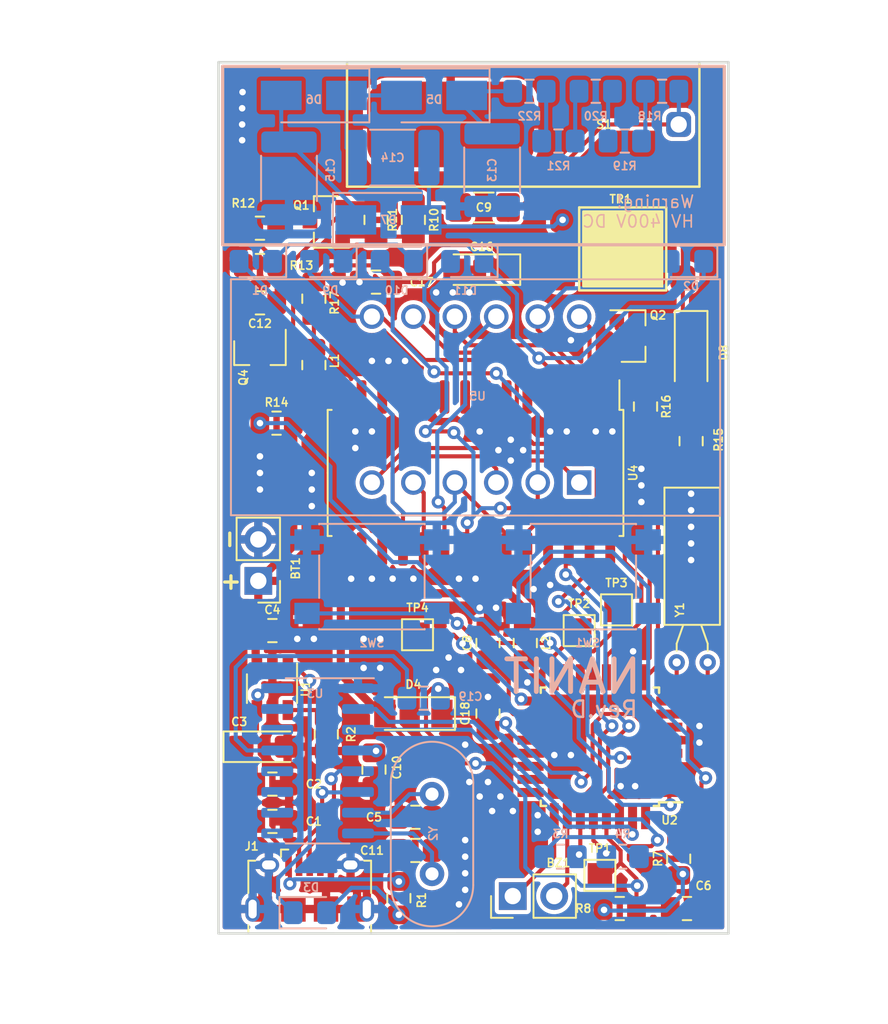
<source format=kicad_pcb>
(kicad_pcb (version 20210824) (generator pcbnew)
  (layers (0 "F.Cu" signal) (31 "B.Cu" signal) (34 "B.Paste" user) (35 "F.Paste" user) (36 "B.SilkS" user "B.Silkscreen") (37 "F.SilkS" user "F.Silkscreen") (38 "B.Mask" user) (39 "F.Mask" user) (44 "Edge.Cuts" user))
  (net 0 "")
  (net 1 "Net-(Q1-Pad1)")
  (net 2 "Net-(Q1-Pad3)")
  (net 3 "Net-(U2-Pad7)")
  (net 4 "Net-(U2-Pad8)")
  (net 5 "Net-(J1-Pad2)")
  (net 6 "Net-(J1-Pad3)")
  (net 7 "Net-(C14-Pad2)")
  (net 8 "Net-(D8-Pad1)")
  (net 9 "Net-(C9-Pad1)")
  (net 10 "GNDD")
  (net 11 "VCC")
  (net 12 "Sensor")
  (net 13 "Net-(C13-Pad1)")
  (net 14 "Net-(L1-Pad1)")
  (net 15 "Net-(C16-Pad1)")
  (net 16 "Net-(C12-Pad1)")
  (net 17 "Net-(R2-Pad1)")
  (net 18 "Net-(D3-Pad2)")
  (net 19 "Net-(C1-Pad1)")
  (net 20 "HV_Detect")
  (net 21 "Pump")
  (net 22 "Net-(C9-Pad2)")
  (net 23 "Net-(D3-Pad1)")
  (net 24 "Net-(C8-Pad1)")
  (net 25 "Net-(BZ1-Pad1)")
  (net 26 "Net-(BZ1-Pad2)")
  (net 27 "Net-(C15-Pad1)")
  (net 28 "Net-(C14-Pad1)")
  (net 29 "Net-(R7-Pad2)")
  (net 30 "Net-(C18-Pad1)")
  (net 31 "Net-(C5-Pad1)")
  (net 32 "Net-(C10-Pad1)")
  (net 33 "Net-(C11-Pad1)")
  (net 34 "Net-(C19-Pad1)")
  (net 35 "~{RESET}")
  (net 36 "UART_TX")
  (net 37 "UART_RX")
  (net 38 "Net-(SW2-Pad2)")
  (net 39 "Net-(R19-Pad2)")
  (net 40 "Net-(R20-Pad2)")
  (net 41 "Net-(R21-Pad2)")
  (net 42 "Net-(R21-Pad1)")
  (net 43 "/d1")
  (net 44 "/d2")
  (net 45 "/dx")
  (net 46 "/d3")
  (net 47 "/d4")
  (net 48 "/dp")
  (net 49 "/g")
  (net 50 "/f")
  (net 51 "/e")
  (net 52 "/d")
  (net 53 "/c")
  (net 54 "/b")
  (net 55 "/a")
  (net 56 "SCL")
  (net 57 "SDA")
  (net 58 "Net-(U2-Pad16)")
  (net 59 "Net-(U2-Pad15)")
  (net 60 "Net-(U2-Pad17)")
  (footprint "Sensors_Radiation:SBM-21" (layer "F.Cu") (at 132.334 80.01)
    (fp_text reference "S1")
    (fp_text value "SBM-10 (SBM-21)")
  )
  (footprint "Package_TO_SOT_SMD:TSOT-23-5" (layer "F.Cu") (at 117.602 114.554 -90)
    (fp_text reference "U1")
    (fp_text value "LTC4054ES5-4.2")
  )
  (footprint "Package_QFP:TQFP-32_7x7mm_P0.8mm" (layer "F.Cu") (at 137.668 118.11 180)
    (fp_text reference "U2")
    (fp_text value "ATmega328P")
  )
  (footprint "Crystal:Crystal_C38-LF_D3.0mm_L8.0mm_Horizontal" (layer "F.Cu") (at 144.272 112.946 180)
    (fp_text reference "Y1")
    (fp_text value "32.768 KHz")
  )
  (footprint "Connector_USB:USB_Micro-B_Amphenol_10118194_Horizontal" (layer "F.Cu") (at 119.888 126.746)
    (fp_text reference "J1")
    (fp_text value "USB_B_Micro")
  )
  (footprint "Resistor_SMD:R_0805_2012Metric_Pad1.15x1.40mm_HandSolder" (layer "F.Cu") (at 123.952 85.852 -90)
    (fp_text reference "R11")
    (fp_text value "10k")
  )
  (footprint "Resistor_SMD:R_0805_2012Metric_Pad1.15x1.40mm_HandSolder" (layer "F.Cu") (at 117.856 98.298)
    (fp_text reference "R14")
    (fp_text value "10k")
  )
  (footprint "Resistor_SMD:R_0805_2012Metric_Pad1.15x1.40mm_HandSolder" (layer "F.Cu") (at 120.142 90.678 90)
    (fp_text reference "R17")
    (fp_text value "20")
  )
  (footprint "Resistor_SMD:R_0805_2012Metric_Pad1.15x1.40mm_HandSolder" (layer "F.Cu") (at 116.84 86.36)
    (fp_text reference "R12")
    (fp_text value "10k")
  )
  (footprint "Resistor_SMD:R_0805_2012Metric_Pad1.15x1.40mm_HandSolder" (layer "F.Cu") (at 120.904 117.348 -90)
    (fp_text reference "R2")
    (fp_text value "10k*")
  )
  (footprint "Resistor_SMD:R_0805_2012Metric_Pad1.15x1.40mm_HandSolder" (layer "F.Cu") (at 125.349 127.381 -90)
    (fp_text reference "R1")
    (fp_text value "300")
  )
  (footprint "Resistor_SMD:R_0805_2012Metric_Pad1.15x1.40mm_HandSolder" (layer "F.Cu") (at 116.84 88.646)
    (fp_text reference "R13")
    (fp_text value "10k")
  )
  (footprint "Resistor_SMD:R_0805_2012Metric_Pad1.15x1.40mm_HandSolder" (layer "F.Cu") (at 143.256 99.3992 90)
    (fp_text reference "R15")
    (fp_text value "750")
  )
  (footprint "Resistor_SMD:R_0805_2012Metric_Pad1.15x1.40mm_HandSolder" (layer "F.Cu") (at 140.462 97.282 90)
    (fp_text reference "R16")
    (fp_text value "1M")
  )
  (footprint "Resistor_SMD:R_0805_2012Metric_Pad1.15x1.40mm_HandSolder" (layer "F.Cu") (at 142.494 124.968 90)
    (fp_text reference "R7")
    (fp_text value "10k")
  )
  (footprint "Resistor_SMD:R_0805_2012Metric_Pad1.15x1.40mm_HandSolder" (layer "F.Cu") (at 126.238 85.852 -90)
    (fp_text reference "R10")
    (fp_text value "1k5")
  )
  (footprint "Package_TO_SOT_SMD:SOT-23" (layer "F.Cu") (at 120.904 85.979 180)
    (fp_text reference "Q1")
    (fp_text value "BC857")
  )
  (footprint "Package_TO_SOT_SMD:SOT-23" (layer "F.Cu") (at 139.7 92.964)
    (fp_text reference "Q2")
    (fp_text value "IRLML6344")
  )
  (footprint "Package_TO_SOT_SMD:SOT-23" (layer "F.Cu") (at 116.84 93.98 -90)
    (fp_text reference "Q4")
    (fp_text value "BC847")
  )
  (footprint "Inductor_SMD:L_0805_2012Metric_Pad1.15x1.40mm_HandSolder" (layer "F.Cu") (at 133.096 111.76 -90)
    (fp_text reference "L2")
    (fp_text value "10uH")
  )
  (footprint "Inductor_SMD:L_0805_2012Metric_Pad1.15x1.40mm_HandSolder" (layer "F.Cu") (at 120.142 94.742 -90)
    (fp_text reference "L1")
    (fp_text value "10uH")
  )
  (footprint "Diode_SMD:D_MiniMELF" (layer "F.Cu") (at 126.238 116.078 180)
    (fp_text reference "D4")
    (fp_text value "1N4148")
  )
  (footprint "Connector_PinHeader_2.54mm:PinHeader_1x02_P2.54mm_Vertical" (layer "F.Cu") (at 116.7384 107.955 180)
    (fp_text reference "BT1")
    (fp_text value "3.7V" hide)
  )
  (footprint "Connector_PinHeader_2.54mm:PinHeader_1x02_P2.54mm_Vertical" (layer "F.Cu") (at 132.329 127.254 90)
    (fp_text reference "BZ1")
    (fp_text value "Buzzer")
  )
  (footprint "Capacitor_Tantalum_SMD:CP_EIA-3216-18_Kemet-A_Pad1.58x1.35mm_HandSolder" (layer "F.Cu") (at 130.302 88.9 180)
    (fp_text reference "C16")
    (fp_text value "47uF")
  )
  (footprint "Capacitor_Tantalum_SMD:CP_EIA-3216-18_Kemet-A_Pad1.58x1.35mm_HandSolder" (layer "F.Cu") (at 117.094 118.11)
    (fp_text reference "C3")
    (fp_text value "10uF")
  )
  (footprint "Capacitor_SMD:C_1206_3216Metric_Pad1.42x1.75mm_HandSolder" (layer "F.Cu") (at 130.556 85.09 180)
    (fp_text reference "C9")
    (fp_text value "10pF 1000V (C17UL100J-7ZN-X1T)")
  )
  (footprint "Capacitor_SMD:C_0805_2012Metric_Pad1.15x1.40mm_HandSolder" (layer "F.Cu") (at 116.84 90.932 180)
    (fp_text reference "C12")
    (fp_text value "220pF")
  )
  (footprint "Capacitor_SMD:C_0805_2012Metric_Pad1.15x1.40mm_HandSolder" (layer "F.Cu") (at 130.81 111.76 90)
    (fp_text reference "C8")
    (fp_text value "100nF")
  )
  (footprint "Capacitor_SMD:C_0805_2012Metric_Pad1.15x1.40mm_HandSolder" (layer "F.Cu") (at 143.002 128.016)
    (fp_text reference "C6")
    (fp_text value "100nF")
  )
  (footprint "Capacitor_SMD:C_0805_2012Metric_Pad1.15x1.40mm_HandSolder" (layer "F.Cu") (at 117.602 110.998)
    (fp_text reference "C4")
    (fp_text value "100nF")
  )
  (footprint "Capacitor_SMD:C_0805_2012Metric_Pad1.15x1.40mm_HandSolder" (layer "F.Cu") (at 117.602 120.396)
    (fp_text reference "C2")
    (fp_text value "1uF")
  )
  (footprint "Capacitor_SMD:C_0805_2012Metric_Pad1.15x1.40mm_HandSolder" (layer "F.Cu") (at 117.602 122.682)
    (fp_text reference "C1")
    (fp_text value "100nF")
  )
  (footprint "Capacitor_SMD:C_0805_2012Metric_Pad1.15x1.40mm_HandSolder" (layer "F.Cu") (at 123.952 89.662 180)
    (fp_text reference "C17")
    (fp_text value "100nF")
  )
  (footprint "Resistor_SMD:R_0805_2012Metric_Pad1.15x1.40mm_HandSolder" (layer "F.Cu") (at 138.883976 128.016)
    (fp_text reference "R8")
    (fp_text value "10k")
  )
  (footprint "Sensors_Radiation:CEEH54" (layer "F.Cu") (at 138.43 82.55)
    (fp_text reference "TR1")
    (fp_text value "CEEH54" hide)
  )
  (footprint "Diode_SMD:D_MiniMELF" (layer "F.Cu") (at 143.256 93.98 -90)
    (fp_text reference "D8")
    (fp_text value "18v (BZV55C18)")
  )
  (footprint "Capacitor_SMD:C_0805_2012Metric_Pad1.15x1.40mm_HandSolder" (layer "F.Cu") (at 130.81 116.078 90)
    (fp_text reference "C18")
    (fp_text value "100nF" hide)
  )
  (footprint "Capacitor_SMD:C_0805_2012Metric_Pad1.15x1.40mm_HandSolder" (layer "F.Cu") (at 126.365 122.428 180)
    (fp_text reference "C5")
    (fp_text value "22pF*")
  )
  (footprint "Capacitor_SMD:C_0805_2012Metric_Pad1.15x1.40mm_HandSolder" (layer "F.Cu") (at 123.825 119.507 -90)
    (fp_text reference "C10")
    (fp_text value "100nF")
  )
  (footprint "Capacitor_SMD:C_0805_2012Metric_Pad1.15x1.40mm_HandSolder" (layer "F.Cu") (at 126.365 124.46 180)
    (fp_text reference "C11")
    (fp_text value "22pF*")
  )
  (footprint "TestPoint:TestPoint_Pad_1.5x1.5mm" (layer "F.Cu") (at 136.398 110.998)
    (fp_text reference "TP2")
    (fp_text value "MISO")
  )
  (footprint "TestPoint:TestPoint_Pad_1.5x1.5mm" (layer "F.Cu") (at 126.492 111.252)
    (fp_text reference "TP4")
    (fp_text value "SCK")
  )
  (footprint "TestPoint:TestPoint_Pad_1.5x1.5mm" (layer "F.Cu") (at 138.684 109.728)
    (fp_text reference "TP3")
    (fp_text value "MOSI")
  )
  (footprint "Package_SO:SOIC-28W_7.5x17.9mm_P1.27mm" (layer "F.Cu") (at 130.048 101.346 -90)
    (fp_text reference "U4")
    (fp_text value "HT16K33")
  )
  (footprint "TestPoint:TestPoint_Pad_1.5x1.5mm" (layer "F.Cu") (at 137.668 125.984)
    (fp_text reference "TP1")
    (fp_text value "RESET")
  )
  (footprint "Resistor_SMD:R_0805_2012Metric_Pad1.15x1.40mm_HandSolder" (layer "B.Cu") (at 133.35 77.978)
    (fp_text reference "R22")
    (fp_text value "2M")
  )
  (footprint "Resistor_SMD:R_0805_2012Metric_Pad1.15x1.40mm_HandSolder" (layer "B.Cu") (at 135.128 81.026)
    (fp_text reference "R21")
    (fp_text value "2M")
  )
  (footprint "Resistor_SMD:R_0805_2012Metric_Pad1.15x1.40mm_HandSolder" (layer "B.Cu") (at 137.414 77.978)
    (fp_text reference "R20")
    (fp_text value "1M")
  )
  (footprint "Resistor_SMD:R_0805_2012Metric_Pad1.15x1.40mm_HandSolder" (layer "B.Cu") (at 139.192 81.026)
    (fp_text reference "R19")
    (fp_text value "1M")
  )
  (footprint "Resistor_SMD:R_0805_2012Metric_Pad1.15x1.40mm_HandSolder" (layer "B.Cu") (at 141.478 77.978)
    (fp_text reference "R18")
    (fp_text value "1M")
  )
  (footprint "LED_SMD:LED_0805_2012Metric_Pad1.15x1.40mm_HandSolder" (layer "B.Cu") (at 119.897 128.27)
    (fp_text reference "D3")
    (fp_text value "Charging" hide)
  )
  (footprint "Button_Switch_SMD:SW_Push_1P1T_NO_6x6mm_H9.5mm" (layer "B.Cu") (at 123.698 107.696 180)
    (fp_text reference "SW2")
    (fp_text value "Button 2")
  )
  (footprint "Button_Switch_SMD:SW_Push_1P1T_NO_6x6mm_H9.5mm" (layer "B.Cu") (at 136.652 107.696 180)
    (fp_text reference "SW1")
    (fp_text value "Button 1")
  )
  (footprint "Capacitor_SMD:C_1812_4532Metric_Pad1.30x3.40mm_HandSolder" (layer "B.Cu") (at 118.618 83.312 -90)
    (fp_text reference "C15")
    (fp_text value "100nF 600V")
  )
  (footprint "Capacitor_SMD:C_1812_4532Metric_Pad1.30x3.40mm_HandSolder" (layer "B.Cu") (at 131.064 82.804 -90)
    (fp_text reference "C13")
    (fp_text value "100nF 600V")
  )
  (footprint "Capacitor_SMD:C_1812_4532Metric_Pad1.30x3.40mm_HandSolder" (layer "B.Cu") (at 124.968 82.042)
    (fp_text reference "C14")
    (fp_text value "100nF 600V")
  )
  (footprint "Diode_SMD:D_SMA" (layer "B.Cu") (at 124.714 85.852)
    (fp_text reference "D7")
    (fp_text value "US1M")
  )
  (footprint "Diode_SMD:D_SMA" (layer "B.Cu") (at 120.142 78.232 180)
    (fp_text reference "D6")
    (fp_text value "US1M")
  )
  (footprint "Diode_SMD:D_SMA" (layer "B.Cu") (at 127.508 78.232 180)
    (fp_text reference "D5")
    (fp_text value "US1M")
  )
  (footprint "Capacitor_SMD:C_0805_2012Metric_Pad1.15x1.40mm_HandSolder" (layer "B.Cu") (at 126.873 115.1382)
    (fp_text reference "C19")
    (fp_text value "100nF")
  )
  (footprint "Package_SO:SOIC-16_3.9x9.9mm_P1.27mm" (layer "B.Cu") (at 120.3706 118.9736 180)
    (fp_text reference "U3")
    (fp_text value "CH340G")
  )
  (footprint "Crystal:Crystal_HC49-U_Vertical" (layer "B.Cu") (at 127.381 125.894 90)
    (fp_text reference "Y2")
    (fp_text value "12 MHz")
  )
  (footprint "LED_SMD:LED_0805_2012Metric_Pad1.15x1.40mm_HandSolder" (layer "B.Cu") (at 129.54 88.392 180)
    (fp_text reference "D11")
    (fp_text value "Time")
  )
  (footprint "footprints:7SEG-3461" (layer "B.Cu") (at 136.398 101.935 90)
    (fp_text reference "U5")
    (fp_text value "3461")
  )
  (footprint "Resistor_SMD:R_0805_2012Metric_Pad1.20x1.40mm_HandSolder" (layer "B.Cu") (at 135.255 124.841)
    (fp_text reference "R3")
    (fp_text value "10k")
  )
  (footprint "LED_SMD:LED_0805_2012Metric_Pad1.15x1.40mm_HandSolder" (layer "B.Cu") (at 143.002 88.392 180)
    (fp_text reference "D2")
    (fp_text value "SENSE")
  )
  (footprint "LED_SMD:LED_0805_2012Metric_Pad1.15x1.40mm_HandSolder" (layer "B.Cu") (at 116.586 88.392 180)
    (fp_text reference "D1")
    (fp_text value "mR")
  )
  (footprint "Resistor_SMD:R_0805_2012Metric_Pad1.20x1.40mm_HandSolder" (layer "B.Cu") (at 139.065 124.841 180)
    (fp_text reference "R4")
    (fp_text value "10k")
  )
  (footprint "LED_SMD:LED_0805_2012Metric_Pad1.15x1.40mm_HandSolder" (layer "B.Cu") (at 120.904 88.392 180)
    (fp_text reference "D9")
    (fp_text value "uR")
  )
  (footprint "LED_SMD:LED_0805_2012Metric_Pad1.15x1.40mm_HandSolder" (layer "B.Cu") (at 125.222 88.392 180)
    (fp_text reference "D10")
    (fp_text value "Alarm")
  )
  (gr_line (start 114.554 87.376) (end 114.554 76.454) (layer "B.SilkS") (width 0.2))
  (gr_line (start 145.288 76.454) (end 145.288 87.376) (layer "B.SilkS") (width 0.2))
  (gr_line (start 114.554 76.454) (end 145.288 76.454) (layer "B.SilkS") (width 0.2))
  (gr_line (start 145.288 87.376) (end 114.554 87.376) (layer "B.SilkS") (width 0.2))
  (gr_poly (pts (xy 136.652 85.344) (xy 141.478 85.344) (xy 141.478 89.916) (xy 136.652 89.916)) (layer "F.SilkS") (width 0.15) (fill solid))
  (gr_line (start 123.638 129.5422) (end 145.542 129.54) (layer "Edge.Cuts") (width 0.15))
  (gr_line (start 114.3 76.2) (end 145.542 76.2) (layer "Edge.Cuts") (width 0.15))
  (gr_line (start 114.3 129.54) (end 114.3 76.2) (layer "Edge.Cuts") (width 0.15))
  (gr_line (start 114.3 129.54) (end 123.638 129.5422) (layer "Edge.Cuts") (width 0.15))
  (gr_line (start 145.542 76.2) (end 145.542 129.54) (layer "Edge.Cuts") (width 0.15))
  (gr_text "Rev.D" (at 137.922 115.824) (layer "B.SilkS") (effects (font (size 1 1)) (justify mirror)))
  (gr_text "NANIT" (at 135.9662 113.8174) (layer "B.SilkS") (effects (font (size 2 2) (thickness 0.3)) (justify mirror)))
  (gr_text "Warning!\nHV 400V DC" (at 143.51 85.344) (layer "B.SilkS") (effects (font (size 0.75 0.75) (thickness 0.1)) (justify left mirror)))
  (gr_text "-" (at 115.062 105.41 -90) (layer "F.SilkS") (effects (font (size 1 1) (thickness 0.2)) (justify mirror)))
  (gr_text "+" (at 115.062 107.955) (layer "F.SilkS") (effects (font (size 1 1) (thickness 0.2)) (justify mirror)))
  (segment (start 121.904 86.929) (end 121.965 86.868) (width 0.25) (layer "F.Cu") (net 1))
  (segment (start 123.943 86.868) (end 123.952 86.877) (width 0.25) (layer "F.Cu") (net 1))
  (segment (start 121.965 86.868) (end 123.943 86.868) (width 0.25) (layer "F.Cu") (net 1))
  (segment (start 123.952 86.877) (end 126.238 86.877) (width 0.25) (layer "F.Cu") (net 1))
  (segment (start 117.865 86.36) (end 118.246 85.979) (width 0.25) (layer "F.Cu") (net 2))
  (segment (start 118.246 85.979) (end 119.904 85.979) (width 0.25) (layer "F.Cu") (net 2))
  (segment (start 142.843 116.11) (end 141.918 116.11) (width 0.25) (layer "F.Cu") (net 3))
  (segment (start 144.272 114.681) (end 142.843 116.11) (width 0.25) (layer "F.Cu") (net 3))
  (segment (start 144.272 112.946) (end 144.272 114.681) (width 0.25) (layer "F.Cu") (net 3))
  (segment (start 142.372 112.946) (end 142.372 114.856) (width 0.25) (layer "F.Cu") (net 4))
  (segment (start 142.372 114.856) (end 141.918 115.31) (width 0.25) (layer "F.Cu") (net 4))
  (segment (start 120.65 122.808282) (end 120.65 120.904) (width 0.25) (layer "F.Cu") (net 5))
  (segment (start 119.238 124.220282) (end 120.65 122.808282) (width 0.25) (layer "F.Cu") (net 5))
  (segment (start 119.238 125.346) (end 119.238 124.220282) (width 0.25) (layer "F.Cu") (net 5))
  (via (at 120.65 120.904) (size 0.8) (drill 0.4) (layers "F.Cu" "B.Cu") (net 5))
  (segment (start 120.65 120.904) (end 122.8202 120.904) (width 0.25) (layer "B.Cu") (net 5))
  (segment (start 122.8202 120.904) (end 122.8456 120.8786) (width 0.25) (layer "B.Cu") (net 5))
  (segment (start 121.374511 122.719489) (end 121.374511 120.242451) (width 0.25) (layer "F.Cu") (net 6))
  (segment (start 121.374511 120.242451) (end 121.204424 120.072364) (width 0.25) (layer "F.Cu") (net 6))
  (segment (start 119.888 125.346) (end 119.888 124.206) (width 0.25) (layer "F.Cu") (net 6))
  (segment (start 119.888 124.206) (end 121.374511 122.719489) (width 0.25) (layer "F.Cu") (net 6))
  (via (at 121.204424 120.072364) (size 0.8) (drill 0.4) (layers "F.Cu" "B.Cu") (net 6))
  (segment (start 121.204424 120.072364) (end 121.668188 119.6086) (width 0.25) (layer "B.Cu") (net 6))
  (segment (start 121.668188 119.6086) (end 122.8456 119.6086) (width 0.25) (layer "B.Cu") (net 6))
  (via (at 135.382 85.852) (size 0.8) (drill 0.4) (layers "F.Cu" "B.Cu") (net 7))
  (segment (start 135.2296 85.852) (end 135.382 85.852) (width 0.25) (layer "B.Cu") (net 7))
  (segment (start 134.829601 86.251999) (end 127.113999 86.251999) (width 0.25) (layer "B.Cu") (net 7))
  (segment (start 127.193 85.373) (end 126.714 85.852) (width 0.25) (layer "B.Cu") (net 7))
  (segment (start 127.113999 86.251999) (end 126.714 85.852) (width 0.25) (layer "B.Cu") (net 7))
  (segment (start 135.2296 85.852) (end 134.829601 86.251999) (width 0.25) (layer "B.Cu") (net 7))
  (segment (start 127.193 82.042) (end 127.193 85.373) (width 0.25) (layer "B.Cu") (net 7))
  (segment (start 142.748 89.408) (end 142.748 91.722) (width 0.25) (layer "F.Cu") (net 8))
  (segment (start 142.748 85.852) (end 142.748 89.408) (width 0.25) (layer "F.Cu") (net 8))
  (segment (start 142.522 92.964) (end 143.256 92.23) (width 0.25) (layer "F.Cu") (net 8))
  (segment (start 140.7 92.964) (end 142.522 92.964) (width 0.25) (layer "F.Cu") (net 8))
  (segment (start 142.748 91.722) (end 143.256 92.23) (width 0.25) (layer "F.Cu") (net 8))
  (segment (start 132.0435 85.852) (end 137.8855 80.01) (width 0.25) (layer "F.Cu") (net 9))
  (segment (start 137.8855 80.01) (end 142.494 80.01) (width 0.25) (layer "F.Cu") (net 9))
  (segment (start 142.503 80.001) (end 142.494 80.01) (width 0.25) (layer "B.Cu") (net 9))
  (segment (start 142.503 77.978) (end 142.503 80.001) (width 0.25) (layer "B.Cu") (net 9))
  (segment (start 143.764 117.856) (end 143.51 117.856) (width 0.25) (layer "F.Cu") (net 10))
  (segment (start 143.51 117.856) (end 143.256 118.11) (width 0.25) (layer "F.Cu") (net 10))
  (segment (start 143.618 117.71) (end 141.918 117.71) (width 0.25) (layer "F.Cu") (net 10))
  (segment (start 142.968 119.31) (end 141.918 119.31) (width 0.25) (layer "F.Cu") (net 10))
  (segment (start 143.764 117.856) (end 143.618 117.71) (width 0.25) (layer "F.Cu") (net 10))
  (segment (start 143.256 119.022) (end 142.968 119.31) (width 0.25) (layer "F.Cu") (net 10))
  (segment (start 143.256 118.11) (end 143.256 119.022) (width 0.25) (layer "F.Cu") (net 10))
  (via (at 115.7732 78.0288) (size 0.8) (drill 0.4) (layers "F.Cu" "B.Cu") (net 10))
  (via (at 115.7478 79.0194) (size 0.8) (drill 0.4) (layers "F.Cu" "B.Cu") (net 10))
  (via (at 115.7478 80.01) (size 0.8) (drill 0.4) (layers "F.Cu" "B.Cu") (net 10))
  (via (at 115.7478 80.9752) (size 0.8) (drill 0.4) (layers "F.Cu" "B.Cu") (net 10))
  (via (at 129.413 126.873) (size 0.8) (drill 0.4) (layers "F.Cu" "B.Cu") (net 10))
  (via (at 132.964701 99.953299) (size 0.8) (drill 0.4) (layers "F.Cu" "B.Cu") (net 10))
  (via (at 134.62 108.204) (size 0.8) (drill 0.4) (layers "F.Cu" "B.Cu") (net 10))
  (via (at 130.302 98.806) (size 0.8) (drill 0.4) (layers "F.Cu" "B.Cu") (net 10))
  (via (at 116.84 102.362) (size 0.8) (drill 0.4) (layers "F.Cu" "B.Cu") (net 10))
  (via (at 120.015 103.378) (size 0.8) (drill 0.4) (layers "F.Cu" "B.Cu") (net 10))
  (via (at 129.667 90.297) (size 0.8) (drill 0.4) (layers "F.Cu" "B.Cu") (net 10))
  (via (at 133.604 108.458) (size 0.8) (drill 0.4) (layers "F.Cu" "B.Cu") (net 10))
  (via (at 143.764 116.84) (size 0.8) (drill 0.4) (layers "F.Cu" "B.Cu") (net 10))
  (via (at 143.256 106.68) (size 0.8) (drill 0.4) (layers "F.Cu" "B.Cu") (net 10))
  (via (at 119.126 111.506) (size 0.8) (drill 0.4) (layers "F.Cu" "B.Cu") (net 10))
  (via (at 123.19 113.284) (size 0.8) (drill 0.4) (layers "F.Cu" "B.Cu") (net 10))
  (via (at 124.714 94.488) (size 0.8) (drill 0.4) (layers "F.Cu" "B.Cu") (net 10))
  (via (at 143.256 105.664) (size 0.8) (drill 0.4) (layers "F.Cu" "B.Cu") (net 10))
  (via (at 131.064 122.047) (size 0.8) (drill 0.4) (layers "F.Cu" "B.Cu") (net 10))
  (via (at 143.256 103.632) (size 0.8) (drill 0.4) (layers "F.Cu" "B.Cu") (net 10))
  (via (at 123.698 94.488) (size 0.8) (drill 0.4) (layers "F.Cu" "B.Cu") (net 10))
  (via (at 143.256 104.648) (size 0.8) (drill 0.4) (layers "F.Cu" "B.Cu") (net 10))
  (via (at 121.901416 89.6915) (size 0.8) (drill 0.4) (layers "F.Cu" "B.Cu") (net 10))
  (via (at 129.413 123.825) (size 0.8) (drill 0.4) (layers "F.Cu" "B.Cu") (net 10))
  (via (at 124.206 111.506) (size 0.8) (drill 0.4) (layers "F.Cu" "B.Cu") (net 10))
  (via (at 122.428 107.823) (size 0.8) (drill 0.4) (layers "F.Cu" "B.Cu") (net 10))
  (via (at 130.302 121.158) (size 0.8) (drill 0.4) (layers "F.Cu" "B.Cu") (net 10))
  (via (at 132.334 122.047) (size 0.8) (drill 0.4) (layers "F.Cu" "B.Cu") (net 10))
  (via (at 135.636 98.806) (size 0.8) (drill 0.4) (layers "F.Cu" "B.Cu") (net 10))
  (via (at 116.84 100.33) (size 0.8) (drill 0.4) (layers "F.Cu" "B.Cu") (net 10))
  (via (at 140.208 102.108) (size 0.8) (drill 0.4) (layers "F.Cu" "B.Cu") (net 10))
  (via (at 129.413 124.841) (size 0.8) (drill 0.4) (layers "F.Cu" "B.Cu") (net 10))
  (via (at 123.19 111.506) (size 0.8) (drill 0.4) (layers "F.Cu" "B.Cu") (net 10))
  (via (at 130.81 120.269) (size 0.8) (drill 0.4) (layers "F.Cu" "B.Cu") (net 10))
  (via (at 130.048 107.823) (size 0.8) (drill 0.4) (layers "F.Cu" "B.Cu") (net 10))
  (via (at 122.682 99.822) (size 0.8) (drill 0.4) (layers "F.Cu" "B.Cu") (net 10))
  (via (at 143.764 117.856) (size 0.8) (drill 0.4) (layers "F.Cu" "B.Cu") (net 10))
  (via (at 133.858 123.317) (size 0.8) (drill 0.4) (layers "F.Cu" "B.Cu") (net 10))
  (via (at 128.651 90.297) (size 0.8) (drill 0.4) (layers "F.Cu" "B.Cu") (net 10))
  (via (at 129.413 117.983) (size 0.8) (drill 0.4) (layers "F.Cu" "B.Cu") (net 10))
  (via (at 130.81 115.062) (size 0.8) (drill 0.4) (layers "F.Cu" "B.Cu") (net 10))
  (via (at 128.397 112.649) (size 0.8) (drill 0.4) (layers "F.Cu" "B.Cu") (net 10))
  (via (at 129.667 120.269) (size 0.8) (drill 0.4) (layers "F.Cu" "B.Cu") (net 10))
  (via (at 127.635 113.411) (size 0.8) (drill 0.4) (layers "F.Cu" "B.Cu") (net 10))
  (via (at 116.84 101.346) (size 0.8) (drill 0.4) (layers "F.Cu" "B.Cu") (net 10))
  (via (at 120.015 101.346) (size 0.8) (drill 0.4) (layers "F.Cu" "B.Cu") (net 10))
  (via (at 137.414 98.806) (size 0.8) (drill 0.4) (layers "F.Cu" "B.Cu") (net 10))
  (via (at 122.682 98.806) (size 0.8) (drill 0.4) (layers "F.Cu" "B.Cu") (net 10))
  (via (at 120.142 111.506) (size 0.8) (drill 0.4) (layers "F.Cu" "B.Cu") (net 10))
  (via (at 129.032 107.823) (size 0.8) (drill 0.4) (layers "F.Cu" "B.Cu") (net 10))
  (via (at 135.89 93.218) (size 0.8) (drill 0.4) (layers "F.Cu" "B.Cu") (net 10))
  (via (at 123.698 98.806) (size 0.8) (drill 0.4) (layers "F.Cu" "B.Cu") (net 10))
  (via (at 132.207 99.314) (size 0.8) (drill 0.4) (layers "F.Cu" "B.Cu") (net 10))
  (via (at 129.159 113.411) (size 0.8) (drill 0.4) (layers "F.Cu" "B.Cu") (net 10))
  (via (at 135.89 118.618) (size 0.8) (drill 0.4) (layers "F.Cu" "B.Cu") (net 10))
  (via (at 125.73 94.488) (size 0.8) (drill 0.4) (layers "F.Cu" "B.Cu") (net 10))
  (via (at 134.874 118.618) (size 0.8) (drill 0.4) (layers "F.Cu" "B.Cu") (net 10))
  (via (at 120.015 102.362) (size 0.8) (drill 0.4) (layers "F.Cu" "B.Cu") (net 10))
  (via (at 138.938 120.523) (size 0.8) (drill 0.4) (layers "F.Cu" "B.Cu") (net 10))
  (via (at 132.207 100.584) (size 0.8) (drill 0.4) (layers "F.Cu" "B.Cu") (net 10))
  (via (at 138.43 98.806) (size 0.8) (drill 0.4) (layers "F.Cu" "B.Cu") (net 10))
  (via (at 133.223 114.173) (size 0.8) (drill 0.4) (layers "F.Cu" "B.Cu") (net 10))
  (via (at 131.449299 99.953299) (size 0.8) (drill 0.4) (layers "F.Cu" "B.Cu") (net 10))
  (via (at 133.858 122.301) (size 0.8) (drill 0.4) (layers "F.Cu" "B.Cu") (net 10))
  (via (at 139.7 112.268) (size 0.8) (drill 0.4) (layers "F.Cu" "B.Cu") (net 10))
  (via (at 131.572 121.158) (size 0.8) (drill 0.4) (layers "F.Cu" "B.Cu") (net 10))
  (via (at 129.413 125.857) (size 0.8) (drill 0.4) (layers "F.Cu" "B.Cu") (net 10))
  (via (at 139.827 120.523) (size 0.8) (drill 0.4) (layers "F.Cu" "B.Cu") (net 10))
  (via (at 134.62 98.806) (size 0.8) (drill 0.4) (layers "F.Cu" "B.Cu") (net 10))
  (via (at 126.238 107.823) (size 0.8) (drill 0.4) (layers "F.Cu" "B.Cu") (net 10))
  (via (at 122.936 89.662) (size 0.8) (drill 0.4) (layers "F.Cu" "B.Cu") (net 10))
  (via (at 127.635 90.297) (size 0.8) (drill 0.4) (layers "F.Cu" "B.Cu") (net 10))
  (via (at 131.302498 109.601) (size 0.8) (drill 0.4) (layers "F.Cu" "B.Cu") (net 10))
  (via (at 124.206 113.284) (size 0.8) (drill 0.4) (layers "F.Cu" "B.Cu") (net 10))
  (via (at 124.968 107.823) (size 0.8) (drill 0.4) (layers "F.Cu" "B.Cu") (net 10))
  (via (at 140.208 101.092) (size 0.8) (drill 0.4) (layers "F.Cu" "B.Cu") (net 10))
  (via (at 143.256 102.616) (size 0.8) (drill 0.4) (layers "F.Cu" "B.Cu") (net 10))
  (via (at 129.032 127.762) (size 0.8) (drill 0.4) (layers "F.Cu" "B.Cu") (net 10))
  (via (at 130.302 109.601) (size 0.8) (drill 0.4) (layers "F.Cu" "B.Cu") (net 10))
  (via (at 123.698 107.823) (size 0.8) (drill 0.4) (layers "F.Cu" "B.Cu") (net 10))
  (via (at 140.208 103.124) (size 0.8) (drill 0.4) (layers "F.Cu" "B.Cu") (net 10))
  (segment (start 137.096976 128.778) (end 131.318 128.778) (width 0.25) (layer "F.Cu") (net 11))
  (segment (start 118.872 94.996) (end 118.872 88.392) (width 0.25) (layer "F.Cu") (net 11))
  (segment (start 121.158 108.712) (end 120.401 107.955) (width 0.5) (layer "F.Cu") (net 11))
  (segment (start 124.488 116.36) (end 124.488 116.078) (width 0.25) (layer "F.Cu") (net 11))
  (segment (start 138.303 107.061) (end 134.629 110.735) (width 0.25) (layer "F.Cu") (net 11))
  (segment (start 123.943 84.836) (end 123.952 84.827) (width 0.25) (layer "F.Cu") (net 11))
  (segment (start 131.318 128.778) (end 130.556 128.016) (width 0.25) (layer "F.Cu") (net 11))
  (segment (start 142.655498 125.993) (end 142.748 125.900498) (width 0.25) (layer "F.Cu") (net 11))
  (segment (start 132.08 108.712) (end 121.158 108.712) (width 0.5) (layer "F.Cu") (net 11))
  (segment (start 120.401 107.955) (end 116.7384 107.955) (width 0.5) (layer "F.Cu") (net 11))
  (segment (start 116.577 112.259) (end 116.577 113.169) (width 0.5) (layer "F.Cu") (net 11))
  (segment (start 134.629 110.735) (end 133.096 110.735) (width 0.25) (layer "F.Cu") (net 11))
  (segment (start 118.881 97.028) (end 120.142 95.767) (width 0.5) (layer "F.Cu") (net 11))
  (segment (start 119.643 95.767) (end 118.872 94.996) (width 0.25) (layer "F.Cu") (net 11))
  (segment (start 116.577 113.169) (end 116.652 113.244) (width 0.25) (layer "F.Cu") (net 11))
  (segment (start 121.793 109.347) (end 121.158 108.712) (width 0.5) (layer "F.Cu") (net 11))
  (segment (start 130.556 123.19) (end 129.413 122.047) (width 0.25) (layer "F.Cu") (net 11))
  (segment (start 130.556 128.016) (end 130.556 123.19) (width 0.25) (layer "F.Cu") (net 11))
  (segment (start 124.930511 115.635489) (end 123.763489 115.635489) (width 0.5) (layer "F.Cu") (net 11))
  (segment (start 124.930511 115.635489) (end 124.488 116.078) (width 0.25) (layer "F.Cu") (net 11))
  (segment (start 142.494 125.993) (end 142.655498 125.993) (width 0.25) (layer "F.Cu") (net 11))
  (segment (start 118.872 88.392) (end 122.428 84.836) (width 0.25) (layer "F.Cu") (net 11))
  (segment (start 123.763489 115.635489) (end 121.793 113.665) (width 0.5) (layer "F.Cu") (net 11))
  (segment (start 137.858976 128.016) (end 137.096976 128.778) (width 0.25) (layer "F.Cu") (net 11))
  (segment (start 124.968 115.598) (end 124.488 116.078) (width 0.25) (layer "F.Cu") (net 11))
  (segment (start 137.922 128.079024) (end 137.858976 128.016) (width 0.25) (layer "F.Cu") (net 11))
  (segment (start 116.7384 110.8366) (end 116.577 110.998) (width 0.25) (layer "F.Cu") (net 11))
  (segment (start 133.096 109.728) (end 132.08 108.712) (width 0.5) (layer "F.Cu") (net 11))
  (segment (start 116.7384 107.955) (end 116.7384 110.8366) (width 0.5) (layer "F.Cu") (net 11))
  (segment (start 120.142 95.767) (end 119.643 95.767) (width 0.25) (layer "F.Cu") (net 11))
  (segment (start 116.7384 107.955) (end 118.881 105.8124) (width 0.5) (layer "F.Cu") (net 11))
  (segment (start 133.096 110.735) (end 133.096 109.728) (width 0.5) (layer "F.Cu") (net 11))
  (segment (start 118.881 98.298) (end 118.881 97.028) (width 0.5) (layer "F.Cu") (net 11))
  (segment (start 118.881 105.8124) (end 118.881 98.298) (width 0.5) (layer "F.Cu") (net 11))
  (segment (start 138.303 105.996) (end 138.303 107.061) (width 0.25) (layer "F.Cu") (net 11))
  (segment (start 122.428 84.836) (end 123.943 84.836) (width 0.25) (layer "F.Cu") (net 11))
  (segment (start 137.922 128.099502) (end 137.922 128.079024) (width 0.25) (layer "F.Cu") (net 11))
  (segment (start 129.413 121.285) (end 124.488 116.36) (width 0.25) (layer "F.Cu") (net 11))
  (segment (start 121.793 113.665) (end 121.793 109.347) (width 0.5) (layer "F.Cu") (net 11))
  (segment (start 116.586 112.268) (end 116.577 112.259) (width 0.25) (layer "F.Cu") (net 11))
  (segment (start 129.413 122.047) (end 129.413 121.285) (width 0.25) (layer "F.Cu") (net 11))
  (segment (start 116.577 110.998) (end 116.577 112.259) (width 0.5) (layer "F.Cu") (net 11))
  (via (at 142.748 125.900498) (size 0.8) (drill 0.4) (layers "F.Cu" "B.Cu") (net 11))
  (via (at 137.922 128.099502) (size 0.8) (drill 0.4) (layers "F.Cu" "B.Cu") (net 11))
  (segment (start 141.732 128.143) (end 137.965498 128.143) (width 0.25) (layer "B.Cu") (net 11))
  (segment (start 138.557 123.643551) (end 139.627449 124.714) (width 0.25) (layer "B.Cu") (net 11))
  (segment (start 134.255 124.714) (end 134.255 124.571) (width 0.25) (layer "B.Cu") (net 11))
  (segment (start 139.627449 124.714) (end 141.561502 124.714) (width 0.25) (layer "B.Cu") (net 11))
  (segment (start 141.561502 124.714) (end 142.748 125.900498) (width 0.25) (layer "B.Cu") (net 11))
  (segment (start 135.182449 123.643551) (end 138.557 123.643551) (width 0.25) (layer "B.Cu") (net 11))
  (segment (start 137.965498 128.143) (end 137.922 128.099502) (width 0.25) (layer "B.Cu") (net 11))
  (segment (start 142.748 125.900498) (end 142.748 127.127) (width 0.25) (layer "B.Cu") (net 11))
  (segment (start 134.255 124.571) (end 135.182449 123.643551) (width 0.25) (layer "B.Cu") (net 11))
  (segment (start 142.748 127.127) (end 141.732 128.143) (width 0.25) (layer "B.Cu") (net 11))
  (segment (start 116.84 98.298) (end 116.831 98.298) (width 0.25) (layer "F.Cu") (net 12))
  (segment (start 116.831 98.298) (end 116.831 94.989) (width 0.25) (layer "F.Cu") (net 12))
  (segment (start 141.918 121.598) (end 141.918 120.91) (width 0.25) (layer "F.Cu") (net 12))
  (segment (start 141.986 121.666) (end 141.918 121.598) (width 0.25) (layer "F.Cu") (net 12))
  (segment (start 116.831 94.989) (end 116.84 94.98) (width 0.25) (layer "F.Cu") (net 12))
  (via (at 141.986 121.666) (size 0.8) (drill 0.4) (layers "F.Cu" "B.Cu") (net 12))
  (via (at 116.84 98.298) (size 0.8) (drill 0.4) (layers "F.Cu" "B.Cu") (net 12))
  (segment (start 121.158 100.965) (end 118.491 98.298) (width 0.25) (layer "B.Cu") (net 12))
  (segment (start 118.491 98.298) (end 116.84 98.298) (width 0.25) (layer "B.Cu") (net 12))
  (segment (start 136.36481 116.17181) (end 130.518511 110.325511) (width 0.25) (layer "B.Cu") (net 12))
  (segment (start 141.986 121.666) (end 139.056386 121.666) (width 0.25) (layer "B.Cu") (net 12))
  (segment (start 130.518511 110.325511) (end 130.001897 110.325511) (width 0.25) (layer "B.Cu") (net 12))
  (segment (start 138.213489 120.823103) (end 138.213489 119.417489) (width 0.25) (layer "B.Cu") (net 12))
  (segment (start 126.492 106.807) (end 124.968 106.807) (width 0.25) (layer "B.Cu") (net 12))
  (segment (start 121.158 102.997) (end 121.158 100.965) (width 0.25) (layer "B.Cu") (net 12))
  (segment (start 130.001897 110.325511) (end 128.772511 109.096125) (width 0.25) (layer "B.Cu") (net 12))
  (segment (start 124.968 106.807) (end 121.158 102.997) (width 0.25) (layer "B.Cu") (net 12))
  (segment (start 136.36481 117.56881) (end 136.36481 116.17181) (width 0.25) (layer "B.Cu") (net 12))
  (segment (start 139.056386 121.666) (end 138.213489 120.823103) (width 0.25) (layer "B.Cu") (net 12))
  (segment (start 128.772511 109.087511) (end 126.492 106.807) (width 0.25) (layer "B.Cu") (net 12))
  (segment (start 128.772511 109.096125) (end 128.772511 109.087511) (width 0.25) (layer "B.Cu") (net 12))
  (segment (start 138.213489 119.417489) (end 136.36481 117.56881) (width 0.25) (layer "B.Cu") (net 12))
  (segment (start 132.325 77.978) (end 129.762 77.978) (width 0.25) (layer "B.Cu") (net 13))
  (segment (start 129.762 77.978) (end 129.508 78.232) (width 0.25) (layer "B.Cu") (net 13))
  (segment (start 129.508 79.023) (end 131.064 80.579) (width 0.25) (layer "B.Cu") (net 13))
  (segment (start 129.508 78.232) (end 129.508 79.023) (width 0.25) (layer "B.Cu") (net 13))
  (segment (start 120.142 93.717) (end 120.142 91.703) (width 0.25) (layer "F.Cu") (net 14))
  (segment (start 127 89.662) (end 127.508 89.154) (width 0.25) (layer "F.Cu") (net 15))
  (segment (start 124.977 89.662) (end 123.95248 88.63748) (width 0.25) (layer "F.Cu") (net 15))
  (segment (start 127.508 89.154) (end 127.508 88.47458) (width 0.25) (layer "F.Cu") (net 15))
  (segment (start 128.0821 87.90048) (end 130.73998 87.90048) (width 0.25) (layer "F.Cu") (net 15))
  (segment (start 135.382 89.408) (end 132.2475 89.408) (width 0.25) (layer "F.Cu") (net 15))
  (segment (start 130.73998 87.90048) (end 131.7395 88.9) (width 0.25) (layer "F.Cu") (net 15))
  (segment (start 124.977 89.662) (end 127 89.662) (width 0.25) (layer "F.Cu") (net 15))
  (segment (start 127.508 88.47458) (end 128.0821 87.90048) (width 0.25) (layer "F.Cu") (net 15))
  (segment (start 132.2475 89.408) (end 131.7395 88.9) (width 0.25) (layer "F.Cu") (net 15))
  (segment (start 121.15752 88.63748) (end 120.142 89.653) (width 0.25) (layer "F.Cu") (net 15))
  (segment (start 123.95248 88.63748) (end 121.15752 88.63748) (width 0.25) (layer "F.Cu") (net 15))
  (segment (start 117.79 91.007) (end 117.865 90.932) (width 0.25) (layer "F.Cu") (net 16))
  (segment (start 117.79 92.98) (end 117.79 91.007) (width 0.25) (layer "F.Cu") (net 16))
  (segment (start 117.865 88.41) (end 115.815 86.36) (width 0.25) (layer "F.Cu") (net 16))
  (segment (start 117.865 90.932) (end 117.865 88.646) (width 0.25) (layer "F.Cu") (net 16))
  (segment (start 117.865 88.646) (end 117.865 88.41) (width 0.25) (layer "F.Cu") (net 16))
  (segment (start 120.445 115.864) (end 120.904 116.323) (width 0.25) (layer "F.Cu") (net 17))
  (segment (start 118.552 115.864) (end 120.445 115.864) (width 0.25) (layer "F.Cu") (net 17))
  (via (at 125.349 128.397) (size 0.8) (drill 0.4) (layers "F.Cu" "B.Cu") (net 18))
  (segment (start 125.349 128.143) (end 123.952 126.746) (width 0.25) (layer "B.Cu") (net 18))
  (segment (start 122.446 126.746) (end 120.922 128.27) (width 0.25) (layer "B.Cu") (net 18))
  (segment (start 125.349 128.397) (end 125.349 128.143) (width 0.25) (layer "B.Cu") (net 18))
  (segment (start 123.952 126.746) (end 122.446 126.746) (width 0.25) (layer "B.Cu") (net 18))
  (segment (start 125.349 126.365) (end 125.349 126.356) (width 0.25) (layer "F.Cu") (net 19))
  (segment (start 116.577 119.0305) (end 115.6565 118.11) (width 0.25) (layer "F.Cu") (net 19))
  (segment (start 118.588 124.693) (end 116.577 122.682) (width 0.25) (layer "F.Cu") (net 19))
  (segment (start 116.652 115.864) (end 116.652 117.1145) (width 0.25) (layer "F.Cu") (net 19))
  (segment (start 116.652 114.996) (end 116.652 115.864) (width 0.25) (layer "F.Cu") (net 19))
  (segment (start 118.673751 125.431751) (end 118.588 125.346) (width 0.25) (layer "F.Cu") (net 19))
  (segment (start 118.673751 126.497156) (end 118.673751 125.431751) (width 0.25) (layer "F.Cu") (net 19))
  (segment (start 116.577 122.682) (end 116.577 120.396) (width 0.25) (layer "F.Cu") (net 19))
  (segment (start 116.577 120.396) (end 116.577 119.0305) (width 0.25) (layer "F.Cu") (net 19))
  (segment (start 118.588 125.346) (end 118.588 124.693) (width 0.25) (layer "F.Cu") (net 19))
  (segment (start 116.708701 114.939299) (end 116.652 114.996) (width 0.25) (layer "F.Cu") (net 19))
  (segment (start 116.652 117.1145) (end 115.6565 118.11) (width 0.25) (layer "F.Cu") (net 19))
  (via (at 125.349 126.365) (size 0.8) (drill 0.4) (layers "F.Cu" "B.Cu") (net 19))
  (via (at 118.673751 126.497156) (size 0.8) (drill 0.4) (layers "F.Cu" "B.Cu") (net 19))
  (via (at 116.708701 114.939299) (size 0.8) (drill 0.4) (layers "F.Cu" "B.Cu") (net 19))
  (segment (start 124.968 126.229) (end 125.213 126.229) (width 0.25) (layer "B.Cu") (net 19))
  (segment (start 116.708701 114.939299) (end 117.1194 114.5286) (width 0.25) (layer "B.Cu") (net 19))
  (segment (start 117.1194 114.5286) (end 117.8956 114.5286) (width 0.25) (layer "B.Cu") (net 19))
  (segment (start 125.213 126.229) (end 125.349 126.365) (width 0.25) (layer "B.Cu") (net 19))
  (segment (start 124.968 126.229) (end 118.941907 126.229) (width 0.25) (layer "B.Cu") (net 19))
  (segment (start 118.941907 126.229) (end 118.673751 126.497156) (width 0.25) (layer "B.Cu") (net 19))
  (segment (start 141.224 113.104) (end 141.224 100.4062) (width 0.25) (layer "F.Cu") (net 20))
  (segment (start 141.224 100.4062) (end 143.256 98.3742) (width 0.25) (layer "F.Cu") (net 20))
  (segment (start 140.468 113.86) (end 141.224 113.104) (width 0.25) (layer "F.Cu") (net 20))
  (segment (start 143.256 95.73) (end 143.256 98.3742) (width 0.25) (layer "F.Cu") (net 20))
  (segment (start 140.208 107.823228) (end 139.192 106.807228) (width 0.25) (layer "F.Cu") (net 21))
  (segment (start 138.068 113.86) (end 138.068 112.562193) (width 0.25) (layer "F.Cu") (net 21))
  (segment (start 139.925489 93.697489) (end 138.7 92.472) (width 0.25) (layer "F.Cu") (net 21))
  (segment (start 139.925489 95.720489) (end 139.925489 93.697489) (width 0.25) (layer "F.Cu") (net 21))
  (segment (start 140.462 96.257) (end 139.925489 95.720489) (width 0.25) (layer "F.Cu") (net 21))
  (segment (start 138.068 112.562193) (end 140.208 110.422193) (width 0.25) (layer "F.Cu") (net 21))
  (segment (start 139.192 106.807228) (end 139.192 97.527) (width 0.25) (layer "F.Cu") (net 21))
  (segment (start 138.7 92.472) (end 138.7 92.014) (width 0.25) (layer "F.Cu") (net 21))
  (segment (start 140.208 110.422193) (end 140.208 107.823228) (width 0.25) (layer "F.Cu") (net 21))
  (segment (start 139.192 97.527) (end 140.462 96.257) (width 0.25) (layer "F.Cu") (net 21))
  (segment (start 126.501 85.09) (end 129.0685 85.09) (width 0.25) (layer "F.Cu") (net 22))
  (segment (start 126.238 84.827) (end 126.501 85.09) (width 0.25) (layer "F.Cu") (net 22))
  (segment (start 119.888 114.046) (end 119.086 113.244) (width 0.25) (layer "F.Cu") (net 23))
  (segment (start 119.086 113.244) (end 118.552 113.244) (width 0.25) (layer "F.Cu") (net 23))
  (via (at 119.888 114.046) (size 0.8) (drill 0.4) (layers "F.Cu" "B.Cu") (net 23))
  (segment (start 119.888 114.046) (end 119.888 124.206) (width 0.25) (layer "B.Cu") (net 23))
  (segment (start 117.94924 127.34724) (end 118.872 128.27) (width 0.25) (layer "B.Cu") (net 23))
  (segment (start 117.94924 126.14476) (end 117.94924 127.34724) (width 0.25) (layer "B.Cu") (net 23))
  (segment (start 119.888 124.206) (end 117.94924 126.14476) (width 0.25) (layer "B.Cu") (net 23))
  (segment (start 132.368 116.11) (end 132.08 115.822) (width 0.25) (layer "F.Cu") (net 24))
  (segment (start 130.81 112.785) (end 133.096 112.785) (width 0.25) (layer "F.Cu") (net 24))
  (segment (start 133.418 116.11) (end 132.368 116.11) (width 0.25) (layer "F.Cu") (net 24))
  (segment (start 132.08 114.055) (end 130.81 112.785) (width 0.25) (layer "F.Cu") (net 24))
  (segment (start 132.08 115.822) (end 132.08 114.055) (width 0.25) (layer "F.Cu") (net 24))
  (segment (start 134.868 124.847) (end 134.868 122.36) (width 0.25) (layer "F.Cu") (net 25))
  (segment (start 132.329 127.254) (end 132.461 127.254) (width 0.25) (layer "F.Cu") (net 25))
  (segment (start 132.461 127.254) (end 134.868 124.847) (width 0.25) (layer "F.Cu") (net 25))
  (segment (start 135.668 122.36) (end 135.668 126.455) (width 0.25) (layer "F.Cu") (net 26))
  (segment (start 135.668 126.455) (end 134.869 127.254) (width 0.25) (layer "F.Cu") (net 26))
  (segment (start 122.714 85.852) (end 122.714 85.183) (width 0.25) (layer "B.Cu") (net 27))
  (segment (start 122.714 85.183) (end 118.618 81.087) (width 0.25) (layer "B.Cu") (net 27))
  (segment (start 118.142 78.232) (end 118.142 80.611) (width 0.25) (layer "B.Cu") (net 27))
  (segment (start 118.142 80.611) (end 118.618 81.087) (width 0.25) (layer "B.Cu") (net 27))
  (segment (start 122.142 81.441) (end 122.743 82.042) (width 0.25) (layer "B.Cu") (net 28))
  (segment (start 122.142 78.232) (end 122.142 81.441) (width 0.25) (layer "B.Cu") (net 28))
  (segment (start 122.142 78.232) (end 125.508 78.232) (width 0.25) (layer "B.Cu") (net 28))
  (segment (start 143.891 122.546) (end 142.494 123.943) (width 0.25) (layer "F.Cu") (net 29))
  (segment (start 140.468 122.36) (end 140.911 122.36) (width 0.25) (layer "F.Cu") (net 29))
  (segment (start 142.503 123.943) (end 142.494 123.943) (width 0.25) (layer "F.Cu") (net 29))
  (segment (start 143.891 120.269) (end 143.891 122.546) (width 0.25) (layer "F.Cu") (net 29))
  (segment (start 140.911 122.36) (end 142.494 123.943) (width 0.25) (layer "F.Cu") (net 29))
  (segment (start 144.145 120.015) (end 143.891 120.269) (width 0.25) (layer "F.Cu") (net 29))
  (via (at 144.145 120.015) (size 0.8) (drill 0.4) (layers "F.Cu" "B.Cu") (net 29))
  (segment (start 138.43 106.172) (end 140.627 108.369) (width 0.25) (layer "B.Cu") (net 29))
  (segment (start 140.627 114.973) (end 140.627 109.946) (width 0.25) (layer "B.Cu") (net 29))
  (segment (start 143.039489 118.909489) (end 143.039489 117.385489) (width 0.25) (layer "B.Cu") (net 29))
  (segment (start 143.039489 117.385489) (end 140.627 114.973) (width 0.25) (layer "B.Cu") (net 29))
  (segment (start 132.677 108.115) (end 134.62 106.172) (width 0.25) (layer "B.Cu") (net 29))
  (segment (start 140.627 108.369) (end 140.627 109.946) (width 0.25) (layer "B.Cu") (net 29))
  (segment (start 134.62 106.172) (end 138.43 106.172) (width 0.25) (layer "B.Cu") (net 29))
  (segment (start 132.677 109.946) (end 132.677 108.115) (width 0.25) (layer "B.Cu") (net 29))
  (segment (start 144.145 120.015) (end 143.039489 118.909489) (width 0.25) (layer "B.Cu") (net 29))
  (segment (start 131.256906 116.656094) (end 130.81 117.103) (width 0.25) (layer "F.Cu") (net 30))
  (segment (start 137.21848 116.78152) (end 137.894663 116.105337) (width 0.25) (layer "F.Cu") (net 30))
  (segment (start 140.462 118.104) (end 140.868 118.51) (width 0.25) (layer "F.Cu") (net 30))
  (segment (start 140.868 116.91) (end 140.462 117.316) (width 0.25) (layer "F.Cu") (net 30))
  (segment (start 139.727337 116.105337) (end 140.462 116.84) (width 0.25) (layer "F.Cu") (net 30))
  (segment (start 137.894663 116.105337) (end 139.727337 116.105337) (width 0.25) (layer "F.Cu") (net 30))
  (segment (start 140.462 117.316) (end 140.462 118.104) (width 0.25) (layer "F.Cu") (net 30))
  (segment (start 140.868 118.51) (end 141.918 118.51) (width 0.25) (layer "F.Cu") (net 30))
  (segment (start 137.21848 119.566922) (end 137.21848 116.78152) (width 0.25) (layer "F.Cu") (net 30))
  (segment (start 141.918 116.91) (end 140.868 116.91) (width 0.25) (layer "F.Cu") (net 30))
  (segment (start 129.785 116.078) (end 130.81 117.103) (width 0.5) (layer "F.Cu") (net 30))
  (segment (start 136.516402 120.269) (end 137.21848 119.566922) (width 0.25) (layer "F.Cu") (net 30))
  (segment (start 127.988 116.078) (end 129.785 116.078) (width 0.5) (layer "F.Cu") (net 30))
  (segment (start 140.462 116.84) (end 140.462 117.316) (width 0.25) (layer "F.Cu") (net 30))
  (segment (start 131.891888 116.656094) (end 131.256906 116.656094) (width 0.25) (layer "F.Cu") (net 30))
  (via (at 131.891888 116.656094) (size 0.8) (drill 0.4) (layers "F.Cu" "B.Cu") (net 30))
  (via (at 136.516402 120.269) (size 0.8) (drill 0.4) (layers "F.Cu" "B.Cu") (net 30))
  (segment (start 136.2075 119.6975) (end 136.516402 120.006402) (width 0.25) (layer "B.Cu") (net 30))
  (segment (start 134.6835 119.6975) (end 136.2075 119.6975) (width 0.25) (layer "B.Cu") (net 30))
  (segment (start 131.891888 116.905888) (end 134.6835 119.6975) (width 0.25) (layer "B.Cu") (net 30))
  (segment (start 136.516402 120.006402) (end 136.516402 120.269) (width 0.25) (layer "B.Cu") (net 30))
  (segment (start 131.891888 116.656094) (end 131.891888 116.905888) (width 0.25) (layer "B.Cu") (net 30))
  (segment (start 127.381 122.419) (end 127.381 121.014) (width 0.25) (layer "F.Cu") (net 31))
  (segment (start 127.39 122.428) (end 127.381 122.419) (width 0.25) (layer "F.Cu") (net 31))
  (segment (start 126.001 121.014) (end 127.381 121.014) (width 0.25) (layer "B.Cu") (net 31))
  (segment (start 122.8456 122.1486) (end 124.8664 122.1486) (width 0.25) (layer "B.Cu") (net 31))
  (segment (start 124.8664 122.1486) (end 126.001 121.014) (width 0.25) (layer "B.Cu") (net 31))
  (segment (start 123.943 118.364) (end 123.825 118.482) (width 0.25) (layer "F.Cu") (net 32))
  (segment (start 123.952 118.364) (end 123.943 118.364) (width 0.25) (layer "F.Cu") (net 32))
  (via (at 123.952 118.364) (size 0.8) (drill 0.4) (layers "F.Cu" "B.Cu") (net 32))
  (segment (start 122.8456 118.3386) (end 122.998 118.491) (width 0.25) (layer "B.Cu") (net 32))
  (segment (start 123.9266 118.3386) (end 123.952 118.364) (width 0.25) (layer "B.Cu") (net 32))
  (segment (start 122.8456 118.3386) (end 123.9266 118.3386) (width 0.25) (layer "B.Cu") (net 32))
  (segment (start 127.381 124.469) (end 127.381 125.894) (width 0.25) (layer "F.Cu") (net 33))
  (segment (start 127.39 124.46) (end 127.381 124.469) (width 0.25) (layer "F.Cu") (net 33))
  (segment (start 127.381 124.587) (end 127.381 125.894) (width 0.25) (layer "B.Cu") (net 33))
  (segment (start 122.8456 123.4186) (end 126.2126 123.4186) (width 0.25) (layer "B.Cu") (net 33))
  (segment (start 126.2126 123.4186) (end 127.381 124.587) (width 0.25) (layer "B.Cu") (net 33))
  (segment (start 125.005489 112.559489) (end 125.848 113.402) (width 0.25) (layer "B.Cu") (net 34))
  (segment (start 115.353489 117.639489) (end 115.353489 113.246511) (width 0.25) (layer "B.Cu") (net 34))
  (segment (start 117.8956 118.3386) (end 116.0526 118.3386) (width 0.25) (layer "B.Cu") (net 34))
  (segment (start 125.848 113.402) (end 125.848 115.1382) (width 0.25) (layer "B.Cu") (net 34))
  (segment (start 116.040511 112.559489) (end 125.005489 112.559489) (width 0.25) (layer "B.Cu") (net 34))
  (segment (start 115.353489 113.246511) (end 116.040511 112.559489) (width 0.25) (layer "B.Cu") (net 34))
  (segment (start 116.0526 118.3386) (end 115.353489 117.639489) (width 0.25) (layer "B.Cu") (net 34))
  (segment (start 138.068 123.608933) (end 138.938 124.478933) (width 0.25) (layer "F.Cu") (net 35))
  (segment (start 138.176 125.984) (end 138.938 125.222) (width 0.25) (layer "F.Cu") (net 35))
  (segment (start 139.908976 126.192976) (end 139.908976 128.016) (width 0.25) (layer "F.Cu") (net 35))
  (segment (start 138.938 125.222) (end 139.908976 126.192976) (width 0.25) (layer "F.Cu") (net 35))
  (segment (start 130.048 119.126) (end 129.032 119.126) (width 0.25) (layer "F.Cu") (net 35))
  (segment (start 138.068 122.36) (end 138.068 123.608933) (width 0.25) (layer "F.Cu") (net 35))
  (segment (start 141.351 128.016) (end 141.977 128.016) (width 0.25) (layer "F.Cu") (net 35))
  (segment (start 141.977 128.016) (end 139.908976 128.016) (width 0.25) (layer "F.Cu") (net 35))
  (segment (start 127.362978 114.554) (end 127.762 114.554) (width 0.25) (layer "F.Cu") (net 35))
  (segment (start 129.032 119.126) (end 127.013489 117.107489) (width 0.25) (layer "F.Cu") (net 35))
  (segment (start 127.013489 117.107489) (end 127.013489 114.903489) (width 0.25) (layer "F.Cu") (net 35))
  (segment (start 137.668 125.984) (end 138.176 125.984) (width 0.25) (layer "F.Cu") (net 35))
  (segment (start 138.938 124.478933) (end 138.938 125.222) (width 0.25) (layer "F.Cu") (net 35))
  (segment (start 127.013489 114.903489) (end 127.362978 114.554) (width 0.25) (layer "F.Cu") (net 35))
  (via (at 139.954 126.619) (size 0.8) (drill 0.4) (layers "F.Cu" "B.Cu") (net 35))
  (via (at 127.762 114.554) (size 0.8) (drill 0.4) (layers "F.Cu" "B.Cu") (net 35))
  (via (at 130.048 119.126) (size 0.8) (drill 0.4) (layers "F.Cu" "B.Cu") (net 35))
  (segment (start 135.90558 125.984) (end 136.54058 126.619) (width 0.25) (layer "B.Cu") (net 35))
  (segment (start 133.096 125.476) (end 133.604 125.984) (width 0.25) (layer "B.Cu") (net 35))
  (segment (start 131.064 119.126) (end 133.096 121.158) (width 0.25) (layer "B.Cu") (net 35))
  (segment (start 130.048 119.126) (end 131.064 119.126) (width 0.25) (layer "B.Cu") (net 35))
  (segment (start 127.898 114.69) (end 127.762 114.554) (width 0.25) (layer "B.Cu") (net 35))
  (segment (start 127.898 115.1382) (end 127.898 114.69) (width 0.25) (layer "B.Cu") (net 35))
  (segment (start 133.096 121.158) (end 133.096 125.476) (width 0.25) (layer "B.Cu") (net 35))
  (segment (start 133.604 125.984) (end 135.90558 125.984) (width 0.25) (layer "B.Cu") (net 35))
  (segment (start 136.54058 126.619) (end 139.954 126.619) (width 0.25) (layer "B.Cu") (net 35))
  (segment (start 139.668 123.459317) (end 139.668 122.36) (width 0.25) (layer "F.Cu") (net 36))
  (segment (start 139.654285 123.473032) (end 139.668 123.459317) (width 0.25) (layer "F.Cu") (net 36))
  (via (at 139.654285 123.473032) (size 0.8) (drill 0.4) (layers "F.Cu" "B.Cu") (net 36))
  (segment (start 139.654285 123.473032) (end 139.654285 123.271285) (width 0.25) (layer "B.Cu") (net 36))
  (segment (start 139.654285 123.271285) (end 139.38752 123.00452) (width 0.25) (layer "B.Cu") (net 36))
  (segment (start 129.7686 117.0686) (end 122.8456 117.0686) (width 0.25) (layer "B.Cu") (net 36))
  (segment (start 139.38752 123.00452) (end 135.70452 123.00452) (width 0.25) (layer "B.Cu") (net 36))
  (segment (start 135.70452 123.00452) (end 129.7686 117.0686) (width 0.25) (layer "B.Cu") (net 36))
  (segment (start 140.821957 124.197543) (end 139.292328 124.197543) (width 0.25) (layer "F.Cu") (net 37))
  (segment (start 138.868 123.773215) (end 138.868 122.36) (width 0.25) (layer "F.Cu") (net 37))
  (segment (start 139.292328 124.197543) (end 138.868 123.773215) (width 0.25) (layer "F.Cu") (net 37))
  (segment (start 141.1945 123.825) (end 140.821957 124.197543) (width 0.25) (layer "F.Cu") (net 37))
  (via (at 141.1945 123.825) (size 0.8) (drill 0.4) (layers "F.Cu" "B.Cu") (net 37))
  (segment (start 141.1945 123.5415) (end 140.208 122.555) (width 0.25) (layer "B.Cu") (net 37))
  (segment (start 141.1945 123.825) (end 141.1945 123.5415) (width 0.25) (layer "B.Cu") (net 37))
  (segment (start 123.9266 115.7986) (end 122.8456 115.7986) (width 0.25) (layer "B.Cu") (net 37))
  (segment (start 140.208 122.555) (end 135.890718 122.555) (width 0.25) (layer "B.Cu") (net 37))
  (segment (start 129.921718 116.586) (end 124.714 116.586) (width 0.25) (layer "B.Cu") (net 37))
  (segment (start 135.890718 122.555) (end 129.921718 116.586) (width 0.25) (layer "B.Cu") (net 37))
  (segment (start 124.714 116.586) (end 123.9266 115.7986) (width 0.25) (layer "B.Cu") (net 37))
  (segment (start 141.065 120.11) (end 141.918 120.11) (width 0.25) (layer "F.Cu") (net 38))
  (segment (start 139.72746 118.77246) (end 141.065 120.11) (width 0.25) (layer "F.Cu") (net 38))
  (segment (start 138.938 118.77246) (end 139.72746 118.77246) (width 0.25) (layer "F.Cu") (net 38))
  (segment (start 128.922673 110.560041) (end 129.040621 110.560041) (width 0.25) (layer "F.Cu") (net 38))
  (segment (start 130.24058 111.76) (end 134.62 111.76) (width 0.25) (layer "F.Cu") (net 38))
  (segment (start 129.040621 110.560041) (end 130.24058 111.76) (width 0.25) (layer "F.Cu") (net 38))
  (via (at 134.62 111.76) (size 0.8) (drill 0.4) (layers "F.Cu" "B.Cu") (net 38))
  (via (at 138.938 118.77246) (size 0.8) (drill 0.4) (layers "F.Cu" "B.Cu") (net 38))
  (via (at 128.922673 110.560041) (size 0.8) (drill 0.4) (layers "F.Cu" "B.Cu") (net 38))
  (segment (start 136.906 117.365214) (end 138.313246 118.77246) (width 0.25) (layer "B.Cu") (net 38))
  (segment (start 128.922673 110.560041) (end 128.308632 109.946) (width 0.25) (layer "B.Cu") (net 38))
  (segment (start 127.673 109.946) (end 119.723 109.946) (width 0.25) (layer "B.Cu") (net 38))
  (segment (start 128.308632 109.946) (end 127.673 109.946) (width 0.25) (layer "B.Cu") (net 38))
  (segment (start 134.62 111.76) (end 136.906 114.046) (width 0.25) (layer "B.Cu") (net 38))
  (segment (start 138.313246 118.77246) (end 138.938 118.77246) (width 0.25) (layer "B.Cu") (net 38))
  (segment (start 136.906 114.046) (end 136.906 117.365214) (width 0.25) (layer "B.Cu") (net 38))
  (segment (start 140.453 77.978) (end 140.453 80.79) (width 0.25) (layer "B.Cu") (net 39))
  (segment (start 140.453 80.79) (end 140.217 81.026) (width 0.25) (layer "B.Cu") (net 39))
  (segment (start 138.167 81.026) (end 138.167 78.25) (width 0.25) (layer "B.Cu") (net 40))
  (segment (start 138.167 78.25) (end 138.439 77.978) (width 0.25) (layer "B.Cu") (net 40))
  (segment (start 136.153 78.214) (end 136.389 77.978) (width 0.25) (layer "B.Cu") (net 41))
  (segment (start 136.153 81.026) (end 136.153 78.214) (width 0.25) (layer "B.Cu") (net 41))
  (segment (start 134.375 77.978) (end 134.375 80.754) (width 0.25) (layer "B.Cu") (net 42))
  (segment (start 134.375 80.754) (end 134.103 81.026) (width 0.25) (layer "B.Cu") (net 42))
  (segment (start 137.033 92.41) (end 136.398 91.775) (width 0.25) (layer "F.Cu") (net 43))
  (segment (start 137.033 96.696) (end 137.033 92.41) (width 0.25) (layer "F.Cu") (net 43))
  (segment (start 135.763 95.123) (end 135.763 96.696) (width 0.25) (layer "F.Cu") (net 44))
  (segment (start 134.17048 93.53048) (end 135.763 95.123) (width 0.25) (layer "F.Cu") (net 44))
  (segment (start 129.59848 93.53048) (end 134.17048 93.53048) (width 0.25) (layer "F.Cu") (net 44))
  (segment (start 128.778 92.71) (end 129.59848 93.53048) (width 0.25) (layer "F.Cu") (net 44))
  (segment (start 128.778 91.775) (end 128.778 92.71) (width 0.25) (layer "F.Cu") (net 44))
  (segment (start 133.927691 94.312289) (end 134.493 94.877598) (width 0.25) (layer "F.Cu") (net 45))
  (segment (start 134.493 94.877598) (end 134.493 96.696) (width 0.25) (layer "F.Cu") (net 45))
  (via (at 133.927691 94.312289) (size 0.8) (drill 0.4) (layers "F.Cu" "B.Cu") (net 45))
  (segment (start 139.573 91.186) (end 142.367 91.186) (width 0.25) (layer "B.Cu") (net 45))
  (segment (start 118.63552 87.36748) (end 120.90448 87.36748) (width 0.25) (layer "B.Cu") (net 45))
  (segment (start 122.95352 87.36748) (end 125.22248 87.36748) (width 0.25) (layer "B.Cu") (net 45))
  (segment (start 126.247 88.392) (end 127.27152 87.36748) (width 0.25) (layer "B.Cu") (net 45))
  (segment (start 127.27152 87.36748) (end 129.54048 87.36748) (width 0.25) (layer "B.Cu") (net 45))
  (segment (start 144.027 89.526) (end 144.027 88.646) (width 0.25) (layer "B.Cu") (net 45))
  (segment (start 129.54048 87.36748) (end 130.565 88.392) (width 0.25) (layer "B.Cu") (net 45))
  (segment (start 132.588 90.415) (end 132.588 92.972598) (width 0.25) (layer "B.Cu") (net 45))
  (segment (start 130.565 88.392) (end 132.588 90.415) (width 0.25) (layer "B.Cu") (net 45))
  (segment (start 120.90448 87.36748) (end 121.929 88.392) (width 0.25) (layer "B.Cu") (net 45))
  (segment (start 136.446711 94.312289) (end 139.573 91.186) (width 0.25) (layer "B.Cu") (net 45))
  (segment (start 125.22248 87.36748) (end 126.247 88.392) (width 0.25) (layer "B.Cu") (net 45))
  (segment (start 133.927691 94.312289) (end 136.446711 94.312289) (width 0.25) (layer "B.Cu") (net 45))
  (segment (start 142.367 91.186) (end 144.027 89.526) (width 0.25) (layer "B.Cu") (net 45))
  (segment (start 117.611 88.392) (end 118.63552 87.36748) (width 0.25) (layer "B.Cu") (net 45))
  (segment (start 121.929 88.392) (end 122.95352 87.36748) (width 0.25) (layer "B.Cu") (net 45))
  (segment (start 132.588 92.972598) (end 133.927691 94.312289) (width 0.25) (layer "B.Cu") (net 45))
  (segment (start 132.461718 93.98) (end 128.443 93.98) (width 0.25) (layer "F.Cu") (net 46))
  (segment (start 133.223 96.696) (end 133.223 94.741282) (width 0.25) (layer "F.Cu") (net 46))
  (segment (start 133.223 94.741282) (end 132.461718 93.98) (width 0.25) (layer "F.Cu") (net 46))
  (segment (start 128.443 93.98) (end 126.238 91.775) (width 0.25) (layer "F.Cu") (net 46))
  (segment (start 130.556 99.822) (end 125.811 99.822) (width 0.25) (layer "F.Cu") (net 47))
  (segment (start 131.953 98.425) (end 130.556 99.822) (width 0.25) (layer "F.Cu") (net 47))
  (segment (start 131.953 96.696) (end 131.953 98.425) (width 0.25) (layer "F.Cu") (net 47))
  (segment (start 125.811 99.822) (end 123.698 101.935) (width 0.25) (layer "F.Cu") (net 47))
  (segment (start 131.318 101.092) (end 130.556 100.33) (width 0.25) (layer "F.Cu") (net 48))
  (segment (start 130.556 100.33) (end 125.984 100.33) (width 0.25) (layer "F.Cu") (net 48))
  (segment (start 131.318 101.935) (end 131.318 101.092) (width 0.25) (layer "F.Cu") (net 48))
  (segment (start 125.984 100.33) (end 124.968 101.346) (width 0.25) (layer "F.Cu") (net 48))
  (segment (start 124.968 103.124) (end 125.603 103.759) (width 0.25) (layer "F.Cu") (net 48))
  (segment (start 125.603 103.759) (end 125.603 105.996) (width 0.25) (layer "F.Cu") (net 48))
  (segment (start 124.968 101.346) (end 124.968 103.124) (width 0.25) (layer "F.Cu") (net 48))
  (segment (start 126.873 105.996) (end 126.873 102.57) (width 0.25) (layer "F.Cu") (net 49))
  (segment (start 126.873 102.57) (end 126.238 101.935) (width 0.25) (layer "F.Cu") (net 49))
  (segment (start 128.143 105.996) (end 128.143 103.505) (width 0.25) (layer "F.Cu") (net 50))
  (segment (start 128.143 103.505) (end 127.762 103.124) (width 0.25) (layer "F.Cu") (net 50))
  (via (at 127.762 103.124) (size 0.8) (drill 0.4) (layers "F.Cu" "B.Cu") (net 50))
  (segment (start 129.413 97.155) (end 129.413 93.68) (width 0.25) (layer "B.Cu") (net 50))
  (segment (start 127.762 103.124) (end 127.703489 103.065489) (width 0.25) (layer "B.Cu") (net 50))
  (segment (start 129.413 93.68) (end 131.318 91.775) (width 0.25) (layer "B.Cu") (net 50))
  (segment (start 127.703489 103.065489) (end 127.703489 98.864511) (width 0.25) (layer "B.Cu") (net 50))
  (segment (start 127.703489 98.864511) (end 129.413 97.155) (width 0.25) (layer "B.Cu") (net 50))
  (segment (start 131.572 103.505) (end 132.207 103.505) (width 0.25) (layer "F.Cu") (net 51))
  (segment (start 126.981481 98.80446) (end 128.64946 98.80446) (width 0.25) (layer "F.Cu") (net 51))
  (segment (start 133.35 100.584) (end 135.047 100.584) (width 0.25) (layer "F.Cu") (net 51))
  (segment (start 135.047 100.584) (end 136.398 101.935) (width 0.25) (layer "F.Cu") (net 51))
  (segment (start 129.54 104.394) (end 129.54 105.869) (width 0.25) (layer "F.Cu") (net 51))
  (segment (start 132.588 101.346) (end 133.35 100.584) (width 0.25) (layer "F.Cu") (net 51))
  (segment (start 128.64946 98.80446) (end 128.718799 98.873799) (width 0.25) (layer "F.Cu") (net 51))
  (segment (start 132.588 103.124) (end 132.588 101.346) (width 0.25) (layer "F.Cu") (net 51))
  (segment (start 132.207 103.505) (end 132.588 103.124) (width 0.25) (layer "F.Cu") (net 51))
  (segment (start 129.54 105.869) (end 129.413 105.996) (width 0.25) (layer "F.Cu") (net 51))
  (via (at 129.54 104.394) (size 0.8) (drill 0.4) (layers "F.Cu" "B.Cu") (net 51))
  (via (at 126.981481 98.80446) (size 0.8) (drill 0.4) (layers "F.Cu" "B.Cu") (net 51))
  (via (at 128.718799 98.873799) (size 0.8) (drill 0.4) (layers "F.Cu" "B.Cu") (net 51))
  (via (at 131.572 103.505) (size 0.8) (drill 0.4) (layers "F.Cu" "B.Cu") (net 51))
  (segment (start 127.703489 91.635489) (end 127.703489 94.324895) (width 0.25) (layer "B.Cu") (net 51))
  (segment (start 128.515 88.392) (end 126.910489 89.996511) (width 0.25) (layer "B.Cu") (net 51))
  (segment (start 129.921 104.013) (end 129.54 104.394) (width 0.25) (layer "B.Cu") (net 51))
  (segment (start 130.429 103.505) (end 129.54 104.394) (width 0.25) (layer "B.Cu") (net 51))
  (segment (start 126.910489 90.842489) (end 127.703489 91.635489) (width 0.25) (layer "B.Cu") (net 51))
  (segment (start 129.921 100.076) (end 129.921 104.013) (width 0.25) (layer "B.Cu") (net 51))
  (segment (start 128.718799 98.873799) (end 129.921 100.076) (width 0.25) (layer "B.Cu") (net 51))
  (segment (start 126.910489 89.996511) (end 126.910489 90.842489) (width 0.25) (layer "B.Cu") (net 51))
  (segment (start 128.27 97.515941) (end 126.981481 98.80446) (width 0.25) (layer "B.Cu") (net 51))
  (segment (start 131.572 103.505) (end 130.429 103.505) (width 0.25) (layer "B.Cu") (net 51))
  (segment (start 127.703489 94.324895) (end 128.27 94.891406) (width 0.25) (layer "B.Cu") (net 51))
  (segment (start 128.27 94.891406) (end 128.27 97.515941) (width 0.25) (layer "B.Cu") (net 51))
  (segment (start 127.508 95.15402) (end 127.600518 95.246538) (width 0.25) (layer "F.Cu") (net 52))
  (segment (start 132.57752 107.071708) (end 132.57752 104.65848) (width 0.25) (layer "F.Cu") (net 52))
  (segment (start 132.207228 107.442) (end 132.57752 107.071708) (width 0.25) (layer "F.Cu") (net 52))
  (segment (start 131.064 107.442) (end 132.207228 107.442) (width 0.25) (layer "F.Cu") (net 52))
  (segment (start 133.858 103.378) (end 133.858 101.935) (width 0.25) (layer "F.Cu") (net 52))
  (segment (start 132.57752 104.65848) (end 133.858 103.378) (width 0.25) (layer "F.Cu") (net 52))
  (segment (start 127.600518 95.246538) (end 131.318095 95.246538) (width 0.25) (layer "F.Cu") (net 52))
  (segment (start 130.683 105.996) (end 130.683 107.061) (width 0.25) (layer "F.Cu") (net 52))
  (segment (start 130.683 107.061) (end 131.064 107.442) (width 0.25) (layer "F.Cu") (net 52))
  (via (at 127.508 95.15402) (size 0.8) (drill 0.4) (layers "F.Cu" "B.Cu") (net 52))
  (via (at 131.318095 95.246538) (size 0.8) (drill 0.4) (layers "F.Cu" "B.Cu") (net 52))
  (segment (start 131.318095 95.246538) (end 133.858 97.786443) (width 0.25) (layer "B.Cu") (net 52))
  (segment (start 124.968 89.163) (end 124.968 92.61402) (width 0.25) (layer "B.Cu") (net 52))
  (segment (start 133.858 97.786443) (end 133.858 101.935) (width 0.25) (layer "B.Cu") (net 52))
  (segment (start 124.968 92.61402) (end 127.508 95.15402) (width 0.25) (layer "B.Cu") (net 52))
  (segment (start 124.197 88.392) (end 124.968 89.163) (width 0.25) (layer "B.Cu") (net 52))
  (segment (start 131.953 105.996) (end 131.953 105.11) (width 0.25) (layer "F.Cu") (net 53))
  (segment (start 131.953 105.11) (end 128.778 101.935) (width 0.25) (layer "F.Cu") (net 53))
  (segment (start 124.968 103.124) (end 125.73 103.886) (width 0.25) (layer "B.Cu") (net 53))
  (segment (start 124.968 97.799) (end 124.968 103.124) (width 0.25) (layer "B.Cu") (net 53))
  (segment (start 128.778 103.132614) (end 128.778 101.935) (width 0.25) (layer "B.Cu") (net 53))
  (segment (start 125.73 103.886) (end 128.024614 103.886) (width 0.25) (layer "B.Cu") (net 53))
  (segment (start 128.024614 103.886) (end 128.778 103.132614) (width 0.25) (layer "B.Cu") (net 53))
  (segment (start 115.561 88.392) (end 124.968 97.799) (width 0.25) (layer "B.Cu") (net 53))
  (segment (start 132.57752 94.73152) (end 132.27552 94.42952) (width 0.25) (layer "F.Cu") (net 54))
  (segment (start 124.287 91.775) (end 123.698 91.775) (width 0.25) (layer "F.Cu") (net 54))
  (segment (start 132.27552 94.42952) (end 126.94152 94.42952) (width 0.25) (layer "F.Cu") (net 54))
  (segment (start 136.144 99.568) (end 133.604 99.568) (width 0.25) (layer "F.Cu") (net 54))
  (segment (start 134.308001 103.886) (end 136.596022 103.886) (width 0.25) (layer "F.Cu") (net 54))
  (segment (start 137.472511 103.009511) (end 137.472511 100.896511) (width 0.25) (layer "F.Cu") (net 54))
  (segment (start 137.472511 100.896511) (end 136.144 99.568) (width 0.25) (layer "F.Cu") (net 54))
  (segment (start 126.94152 94.42952) (end 124.287 91.775) (width 0.25) (layer "F.Cu") (net 54))
  (segment (start 133.223 104.971001) (end 134.308001 103.886) (width 0.25) (layer "F.Cu") (net 54))
  (segment (start 133.223 105.996) (end 133.223 104.971001) (width 0.25) (layer "F.Cu") (net 54))
  (segment (start 132.57752 98.54152) (end 132.57752 94.73152) (width 0.25) (layer "F.Cu") (net 54))
  (segment (start 136.596022 103.886) (end 137.472511 103.009511) (width 0.25) (layer "F.Cu") (net 54))
  (segment (start 133.604 99.568) (end 132.57752 98.54152) (width 0.25) (layer "F.Cu") (net 54))
  (segment (start 122.509 91.775) (end 123.698 91.775) (width 0.25) (layer "B.Cu") (net 54))
  (segment (start 119.879 89.145) (end 122.509 91.775) (width 0.25) (layer "B.Cu") (net 54))
  (segment (start 119.879 88.392) (end 119.879 89.145) (width 0.25) (layer "B.Cu") (net 54))
  (segment (start 134.493 104.971001) (end 134.493 105.996) (width 0.25) (layer "F.Cu") (net 55))
  (segment (start 135.070001 104.394) (end 134.493 104.971001) (width 0.25) (layer "F.Cu") (net 55))
  (segment (start 136.40848 95.132762) (end 136.40848 99.07048) (width 0.25) (layer "F.Cu") (net 55))
  (segment (start 136.723739 104.394) (end 135.070001 104.394) (width 0.25) (layer "F.Cu") (net 55))
  (segment (start 137.922031 103.195708) (end 136.723739 104.394) (width 0.25) (layer "F.Cu") (net 55))
  (segment (start 133.858 91.775) (end 133.858 92.582282) (width 0.25) (layer "F.Cu") (net 55))
  (segment (start 133.858 92.582282) (end 136.40848 95.132762) (width 0.25) (layer "F.Cu") (net 55))
  (segment (start 137.922031 100.584031) (end 137.922031 103.195708) (width 0.25) (layer "F.Cu") (net 55))
  (segment (start 136.40848 99.07048) (end 137.922031 100.584031) (width 0.25) (layer "F.Cu") (net 55))
  (segment (start 141.977 88.646) (end 141.977 89.593804) (width 0.25) (layer "B.Cu") (net 55))
  (segment (start 141.529784 90.04102) (end 135.59198 90.04102) (width 0.25) (layer "B.Cu") (net 55))
  (segment (start 141.977 89.593804) (end 141.529784 90.04102) (width 0.25) (layer "B.Cu") (net 55))
  (segment (start 135.59198 90.04102) (end 133.858 91.775) (width 0.25) (layer "B.Cu") (net 55))
  (segment (start 138.176 118.11) (end 138.176 120.527978) (width 0.25) (layer "F.Cu") (net 56))
  (segment (start 139.441701 116.844299) (end 138.176 118.11) (width 0.25) (layer "F.Cu") (net 56))
  (segment (start 137.268 121.435978) (end 137.268 122.36) (width 0.25) (layer "F.Cu") (net 56))
  (segment (start 137.268 123.853498) (end 137.268 122.36) (width 0.25) (layer "F.Cu") (net 56))
  (segment (start 135.57393 106.18507) (end 135.763 105.996) (width 0.25) (layer "F.Cu") (net 56))
  (segment (start 138.049 124.634498) (end 137.268 123.853498) (width 0.25) (layer "F.Cu") (net 56))
  (segment (start 138.176 120.527978) (end 137.268 121.435978) (width 0.25) (layer "F.Cu") (net 56))
  (segment (start 135.57393 107.569) (end 135.57393 106.18507) (width 0.25) (layer "F.Cu") (net 56))
  (via (at 135.57393 107.569) (size 0.8) (drill 0.4) (layers "F.Cu" "B.Cu") (net 56))
  (via (at 138.049 124.634498) (size 0.8) (drill 0.4) (layers "F.Cu" "B.Cu") (net 56))
  (via (at 139.441701 116.844299) (size 0.8) (drill 0.4) (layers "F.Cu" "B.Cu") (net 56))
  (segment (start 138.004628 109.802014) (end 138.004628 115.407226) (width 0.25) (layer "B.Cu") (net 56))
  (segment (start 135.57393 107.569) (end 135.771614 107.569) (width 0.25) (layer "B.Cu") (net 56))
  (segment (start 138.065 124.650498) (end 138.049 124.634498) (width 0.25) (layer "B.Cu") (net 56))
  (segment (start 135.771614 107.569) (end 138.004628 109.802014) (width 0.25) (layer "B.Cu") (net 56))
  (segment (start 138.065 124.714) (end 138.065 124.650498) (width 0.25) (layer "B.Cu") (net 56))
  (segment (start 138.004628 115.407226) (end 139.441701 116.844299) (width 0.25) (layer "B.Cu") (net 56))
  (segment (start 137.668 120.142) (end 136.468 121.342) (width 0.25) (layer "F.Cu") (net 57))
  (segment (start 135.123701 109.215701) (end 135.851102 108.4883) (width 0.25) (layer "F.Cu") (net 57))
  (segment (start 136.468 124.6385) (end 136.3925 124.714) (width 0.25) (layer "F.Cu") (net 57))
  (segment (start 138.402652 116.829848) (end 137.668 117.5645) (width 0.25) (layer "F.Cu") (net 57))
  (segment (start 137.033 107.329333) (end 137.033 105.996) (width 0.25) (layer "F.Cu") (net 57))
  (segment (start 136.468 121.342) (end 136.468 122.36) (width 0.25) (layer "F.Cu") (net 57))
  (segment (start 136.468 122.36) (end 136.468 124.6385) (width 0.25) (layer "F.Cu") (net 57))
  (segment (start 137.668 117.5645) (end 137.668 120.142) (width 0.25) (layer "F.Cu") (net 57))
  (segment (start 135.874033 108.4883) (end 137.033 107.329333) (width 0.25) (layer "F.Cu") (net 57))
  (segment (start 135.851102 108.4883) (end 135.874033 108.4883) (width 0.25) (layer "F.Cu") (net 57))
  (via (at 136.3925 124.714) (size 0.8) (drill 0.4) (layers "F.Cu" "B.Cu") (net 57))
  (via (at 138.402652 116.829848) (size 0.8) (drill 0.4) (layers "F.Cu" "B.Cu") (net 57))
  (via (at 135.123701 109.215701) (size 0.8) (drill 0.4) (layers "F.Cu" "B.Cu") (net 57))
  (segment (start 135.631701 109.215701) (end 137.555108 111.139108) (width 0.25) (layer "B.Cu") (net 57))
  (segment (start 137.555108 111.139108) (end 137.555108 115.982304) (width 0.25) (layer "B.Cu") (net 57))
  (segment (start 135.123701 109.215701) (end 135.631701 109.215701) (width 0.25) (layer "B.Cu") (net 57))
  (segment (start 137.555108 115.982304) (end 138.402652 116.829848) (width 0.25) (layer "B.Cu") (net 57))
  (segment (start 134.868 112.536614) (end 136.398 111.006614) (width 0.25) (layer "F.Cu") (net 58))
  (segment (start 134.868 113.86) (end 134.868 112.536614) (width 0.25) (layer "F.Cu") (net 58))
  (segment (start 136.398 111.006614) (end 136.398 110.998) (width 0.25) (layer "F.Cu") (net 58))
  (segment (start 135.668 113.86) (end 135.668 112.998) (width 0.25) (layer "F.Cu") (net 59))
  (segment (start 138.684 110.861022) (end 138.684 109.728) (width 0.25) (layer "F.Cu") (net 59))
  (segment (start 137.277022 112.268) (end 138.684 110.861022) (width 0.25) (layer "F.Cu") (net 59))
  (segment (start 135.668 112.998) (end 136.398 112.268) (width 0.25) (layer "F.Cu") (net 59))
  (segment (start 136.398 112.268) (end 137.277022 112.268) (width 0.25) (layer "F.Cu") (net 59))
  (segment (start 134.037498 115.31) (end 133.418 115.31) (width 0.25) (layer "F.Cu") (net 60))
  (segment (start 128.70798 111.252) (end 129.25099 111.79501) (width 0.25) (layer "F.Cu") (net 60))
  (segment (start 134.112 115.235498) (end 134.037498 115.31) (width 0.25) (layer "F.Cu") (net 60))
  (segment (start 132.842 115.189) (end 133.297 115.189) (width 0.25) (layer "F.Cu") (net 60))
  (segment (start 126.492 111.252) (end 128.70798 111.252) (width 0.25) (layer "F.Cu") (net 60))
  (segment (start 133.297 115.189) (end 133.418 115.31) (width 0.25) (layer "F.Cu") (net 60))
  (via (at 129.25099 111.79501) (size 0.8) (drill 0.4) (layers "F.Cu" "B.Cu") (net 60))
  (via (at 132.842 115.189) (size 0.8) (drill 0.4) (layers "F.Cu" "B.Cu") (net 60))
  (segment (start 132.842 115.189) (end 129.44801 111.79501) (width 0.25) (layer "B.Cu") (net 60))
  (segment (start 129.44801 111.79501) (end 129.25099 111.79501) (width 0.25) (layer "B.Cu") (net 60))
  (zone (net 10) (net_name "GNDD") (layer "F.Cu") (connect_pads (clearance 0.254)) (min_thickness 0.254) (fill yes (thermal_gap 0.254) (thermal_bridge_width 0.508))
    (polygon (pts (xy 111.76 73.914) (xy 147.828 73.914) (xy 147.828 132.334) (xy 112.014 132.08)))
  )
  (zone (net 0) (net_name "") (layers F&B.Cu) (connect_pads (clearance 0)) (min_thickness 0.254)
    (keepout (tracks not_allowed) (vias not_allowed) (pads allowed) (copperpour not_allowed) (footprints allowed))
    (fill (thermal_gap 0.508) (thermal_bridge_width 0.508))
    (polygon (pts (xy 136.652 85.344) (xy 141.478 85.344) (xy 141.478 89.916) (xy 136.652 89.916)))
  )
  (zone (net 10) (net_name "GNDD") (layer "B.Cu") (connect_pads (clearance 0.254)) (min_thickness 0.254) (fill yes (thermal_gap 0.254) (thermal_bridge_width 0.508))
    (polygon (pts (xy 110.236 72.39) (xy 146.558 72.39) (xy 147.066 133.858) (xy 110.236 133.858)))
  )
)
</source>
